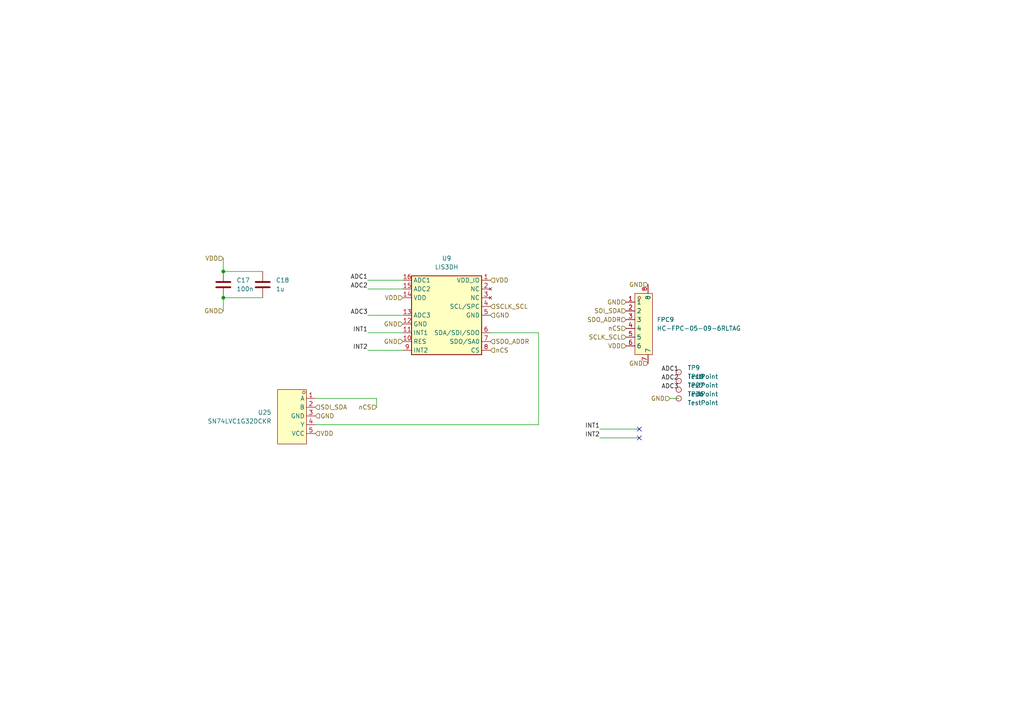
<source format=kicad_sch>
(kicad_sch (version 20231120) (generator "eeschema") (generator_version "8.0")
  (paper "A4")
  (title_block (date "2023-05-18") (company "Imperial College") (comment 1 "Author: Alexis DEVILLARD"))
  (lib_symbols
    (symbol "00_custom:TestPoint" (pin_numbers hide) (pin_names (offset 0.762) hide)
      (property "Reference" "TP" (at 0 6.858 0))
      (property "Value" "TestPoint" (at 0 5.08 0))
      (symbol "TestPoint_0_1"
        (circle (center 0 0) (radius 0.762))
      )
      (symbol "TestPoint_1_1"
        (pin passive line (at 0 0 90) (length 0) (name "1") (number "1"))
      )
    )
    (symbol "00_lcsc:HC-FPC-05-09-6RLTAG"
      (property "Reference" "FPC" (at 0 16.51 0))
      (property "Value" "HC-FPC-05-09-6RLTAG" (at 0 -16.51 0))
      (symbol "HC-FPC-05-09-6RLTAG_0_1"
        (rectangle (start -2.54 8.89) (end 2.54 -8.89) (fill (type background)))
        (circle (center -1.27 7.62) (radius 0.38))
        (pin unspecified line (at -5.08 6.35 0) (length 2.54) (name "1") (number "1"))
        (pin unspecified line (at -5.08 3.81 0) (length 2.54) (name "2") (number "2"))
        (pin unspecified line (at -5.08 1.27 0) (length 2.54) (name "3") (number "3"))
        (pin unspecified line (at -5.08 -1.27 0) (length 2.54) (name "4") (number "4"))
        (pin unspecified line (at -5.08 -3.81 0) (length 2.54) (name "5") (number "5"))
        (pin unspecified line (at -5.08 -6.35 0) (length 2.54) (name "6") (number "6"))
        (pin unspecified line (at 1.27 -11.43 90) (length 2.54) (name "7") (number "7"))
        (pin unspecified line (at 1.27 11.43 270) (length 2.54) (name "8") (number "8"))
      )
    )
    (symbol "00_lcsc:SN74LVC1G32DCKR"
      (property "Reference" "U" (at 0 10.16 0))
      (property "Value" "SN74LVC1G32DCKR" (at 0 -10.16 0))
      (symbol "SN74LVC1G32DCKR_0_1"
        (rectangle (start -2.54 7.62) (end 5.84 -8.13) (fill (type background)))
        (circle (center -1.78 6.86) (radius 0.38))
        (pin unspecified line (at -5.08 5.08 0) (length 2.54) (name "A") (number "1"))
        (pin unspecified line (at -5.08 2.54 0) (length 2.54) (name "B") (number "2"))
        (pin unspecified line (at -5.08 0 0) (length 2.54) (name "GND") (number "3"))
        (pin unspecified line (at -5.08 -2.54 0) (length 2.54) (name "Y") (number "4"))
        (pin unspecified line (at -5.08 -5.08 0) (length 2.54) (name "VCC") (number "5"))
      )
    )
    (symbol "Device:C" (pin_numbers hide) (pin_names (offset 0.254))
      (property "Reference" "C" (at 0.635 2.54 0))
      (property "Value" "C" (at 0.635 -2.54 0))
      (symbol "C_0_1"
        (polyline (pts (xy -2.032 -0.762) (xy 2.032 -0.762)) (stroke (width 0.508)))
        (polyline (pts (xy -2.032 0.762) (xy 2.032 0.762)) (stroke (width 0.508)))
      )
      (symbol "C_1_1"
        (pin passive line (at 0 3.81 270) (length 2.794) (name "~") (number "1"))
        (pin passive line (at 0 -3.81 90) (length 2.794) (name "~") (number "2"))
      )
    )
    (symbol "Sensor_Motion:LIS3DH"
      (property "Reference" "U" (at -7.62 11.43 0))
      (property "Value" "LIS3DH" (at 6.35 11.43 0))
      (symbol "LIS3DH_0_1"
        (rectangle (start -10.16 10.16) (end 10.16 -12.7) (stroke (width 0.254)) (fill (type background)))
      )
      (symbol "LIS3DH_1_1"
        (pin power_in line (at 12.7 8.89 180) (length 2.54) (name "VDD_IO") (number "1"))
        (pin passive line (at -12.7 -8.89 0) (length 2.54) (name "RES") (number "10"))
        (pin output line (at -12.7 -6.35 0) (length 2.54) (name "INT1") (number "11"))
        (pin power_in line (at -12.7 -3.81 0) (length 2.54) (name "GND") (number "12"))
        (pin input line (at -12.7 -1.27 0) (length 2.54) (name "ADC3") (number "13"))
        (pin power_in line (at -12.7 3.81 0) (length 2.54) (name "VDD") (number "14"))
        (pin input line (at -12.7 6.35 0) (length 2.54) (name "ADC2") (number "15"))
        (pin input line (at -12.7 8.89 0) (length 2.54) (name "ADC1") (number "16"))
        (pin no_connect line (at 12.7 6.35 180) (length 2.54) (name "NC") (number "2"))
        (pin no_connect line (at 12.7 3.81 180) (length 2.54) (name "NC") (number "3"))
        (pin input line (at 12.7 1.27 180) (length 2.54) (name "SCL/SPC") (number "4"))
        (pin power_in line (at 12.7 -1.27 180) (length 2.54) (name "GND") (number "5"))
        (pin bidirectional line (at 12.7 -6.35 180) (length 2.54) (name "SDA/SDI/SDO") (number "6"))
        (pin bidirectional line (at 12.7 -8.89 180) (length 2.54) (name "SDO/SA0") (number "7"))
        (pin input line (at 12.7 -11.43 180) (length 2.54) (name "CS") (number "8"))
        (pin output line (at -12.7 -11.43 0) (length 2.54) (name "INT2") (number "9"))
      )
    )
  )
  (junction (at 64.77 86.36))
  (junction (at 64.77 78.74))
  (no_connect (at 185.42 124.46))
  (no_connect (at 185.42 127))
  (wire (pts (xy 142.24 96.52) (xy 156.21 96.52)))
  (wire (pts (xy 106.68 101.6) (xy 116.84 101.6)))
  (wire (pts (xy 173.99 127) (xy 185.42 127)))
  (wire (pts (xy 156.21 96.52) (xy 156.21 123.19)))
  (wire (pts (xy 156.21 123.19) (xy 91.44 123.19)))
  (wire (pts (xy 106.68 96.52) (xy 116.84 96.52)))
  (wire (pts (xy 194.31 115.57) (xy 196.85 115.57)))
  (wire (pts (xy 106.68 83.82) (xy 116.84 83.82)))
  (wire (pts (xy 64.77 86.36) (xy 76.2 86.36)))
  (wire (pts (xy 64.77 74.93) (xy 64.77 78.74)))
  (wire (pts (xy 173.99 124.46) (xy 185.42 124.46)))
  (wire (pts (xy 91.44 115.57) (xy 109.22 115.57)))
  (wire (pts (xy 109.22 118.11) (xy 109.22 115.57)))
  (wire (pts (xy 64.77 86.36) (xy 64.77 90.17)))
  (wire (pts (xy 106.68 91.44) (xy 116.84 91.44)))
  (wire (pts (xy 64.77 78.74) (xy 76.2 78.74)))
  (wire (pts (xy 106.68 81.28) (xy 116.84 81.28)))
  (label "INT2" (at 173.99 127 180))
  (label "ADC3" (at 196.85 113.03 180))
  (label "INT1" (at 173.99 124.46 180))
  (label "ADC2" (at 196.85 110.49 180))
  (label "INT1" (at 106.68 96.52 180))
  (label "INT2" (at 106.68 101.6 180))
  (label "ADC1" (at 106.68 81.28 180))
  (label "ADC2" (at 106.68 83.82 180))
  (label "ADC1" (at 196.85 107.95 180))
  (label "ADC3" (at 106.68 91.44 180))
  (hierarchical_label "VDD" (shape input) (at 116.84 86.36 180))
  (hierarchical_label "VDD" (shape input) (at 64.77 74.93 180))
  (hierarchical_label "GND" (shape input) (at 194.31 115.57 180))
  (hierarchical_label "SDI_SDA" (shape input) (at 91.44 118.11 0))
  (hierarchical_label "VDD" (shape input) (at 91.44 125.73 0))
  (hierarchical_label "SDO_ADDR" (shape input) (at 181.61 92.71 180))
  (hierarchical_label "SCLK_SCL" (shape input) (at 181.61 97.79 180))
  (hierarchical_label "nCS" (shape input) (at 181.61 95.25 180))
  (hierarchical_label "SCLK_SCL" (shape input) (at 142.24 88.9 0))
  (hierarchical_label "VDD" (shape input) (at 142.24 81.28 0))
  (hierarchical_label "SDI_SDA" (shape input) (at 181.61 90.17 180))
  (hierarchical_label "GND" (shape input) (at 187.96 105.41 180))
  (hierarchical_label "nCS" (shape input) (at 142.24 101.6 0))
  (hierarchical_label "nCS" (shape input) (at 109.22 118.11 180))
  (hierarchical_label "GND" (shape input) (at 64.77 90.17 180))
  (hierarchical_label "GND" (shape input) (at 116.84 93.98 180))
  (hierarchical_label "GND" (shape input) (at 116.84 99.06 180))
  (hierarchical_label "GND" (shape input) (at 91.44 120.65 0))
  (hierarchical_label "VDD" (shape input) (at 181.61 100.33 180))
  (hierarchical_label "GND" (shape input) (at 142.24 91.44 0))
  (hierarchical_label "GND" (shape input) (at 187.96 82.55 180))
  (hierarchical_label "GND" (shape input) (at 181.61 87.63 180))
  (hierarchical_label "SDO_ADDR" (shape input) (at 142.24 99.06 0))
  (symbol (lib_id "00_lcsc:SN74LVC1G32DCKR") (at 86.36 120.65 0) (mirror y) (unit 1)
    (property "Reference" "U17" (at 78.74 119.6349 0) (effects (justify left)))
    (property "Value" "SN74LVC1G32DCKR" (at 78.74 122.1749 0) (effects (justify left)))
    (property "Footprint" "00_lcsc:SOT-353_L2.1-W1.3-P0.65-LS2.3-BR" (effects (hide yes)))
    (property "Datasheet" "https://lcsc.com/product-detail/74-Series_TI_SN74LVC1G32DCKR_SN74LVC1G32DCKR_C7840.html" (effects (hide yes)))
    (property "LCSC Part" "C7840" (effects (hide yes)))
    (instances (project "LIS3DH_array" (path "" (reference "U25") (unit 1)) (path "" (reference "U27") (unit 1)) (path "" (reference "U30") (unit 1)) (path "" (reference "U20") (unit 1)) (path "" (reference "U21") (unit 1)) (path "" (reference "U26") (unit 1)) (path "" (reference "U28") (unit 1)) (path "" (reference "U18") (unit 1)) (path "" (reference "U32") (unit 1)) (path "" (reference "U29") (unit 1)) (path "" (reference "U22") (unit 1)) (path "" (reference "U17") (unit 1)) (path "" (reference "U19") (unit 1)) (path "" (reference "U31") (unit 1)) (path "" (reference "U24") (unit 1)) (path "" (reference "U23") (unit 1))))
  )
  (symbol (lib_id "Sensor_Motion:LIS3DH") (at 129.54 90.17 0) (unit 1)
    (property "Reference" "U9" (at 129.54 74.93 0))
    (property "Value" "LIS3DH" (at 129.54 77.47 0))
    (property "Footprint" "00_custom-footprints:LGA-16_3x3mm_P0.5mm_LayoutBorder3x5y" (effects (hide yes)))
    (property "Datasheet" "https://www.st.com/resource/en/datasheet/cd00274221.pdf" (effects (hide yes)))
    (instances (project "LIS3DH_array" (path "" (reference "U9") (unit 1)) (path "" (reference "U11") (unit 1)) (path "" (reference "U14") (unit 1)) (path "" (reference "U4") (unit 1)) (path "" (reference "U5") (unit 1)) (path "" (reference "U10") (unit 1)) (path "" (reference "U12") (unit 1)) (path "" (reference "U2") (unit 1)) (path "" (reference "U16") (unit 1)) (path "" (reference "U13") (unit 1)) (path "" (reference "U6") (unit 1)) (path "" (reference "U1") (unit 1)) (path "" (reference "U3") (unit 1)) (path "" (reference "U15") (unit 1)) (path "" (reference "U8") (unit 1)) (path "" (reference "U7") (unit 1))))
  )
  (symbol (lib_id "00_custom:TestPoint") (at 196.85 113.03 0) (unit 1) (in_bom no)
    (property "Reference" "TP27" (at 199.39 111.76 0) (effects (justify left)))
    (property "Value" "TestPoint" (at 199.39 114.3 0) (effects (justify left)))
    (property "Footprint" "TestPoint:TestPoint_Pad_D1.0mm" (effects (hide yes)))
    (instances (project "LIS3DH_array" (path "" (reference "TP27") (unit 1)) (path "" (reference "TP43") (unit 1)) (path "" (reference "TP55") (unit 1)) (path "" (reference "TP22") (unit 1)) (path "" (reference "TP23") (unit 1)) (path "" (reference "TP39") (unit 1)) (path "" (reference "TP47") (unit 1)) (path "" (reference "TP20") (unit 1)) (path "" (reference "TP63") (unit 1)) (path "" (reference "TP51") (unit 1)) (path "" (reference "TP24") (unit 1)) (path "" (reference "TP19") (unit 1)) (path "" (reference "TP21") (unit 1)) (path "" (reference "TP59") (unit 1)) (path "" (reference "TP26") (unit 1)) (path "" (reference "TP25") (unit 1))))
  )
  (symbol (lib_id "00_lcsc:HC-FPC-05-09-6RLTAG") (at 186.69 93.98 0) (unit 1)
    (property "Reference" "FPC9" (at 190.5 92.7099 0) (effects (justify left)))
    (property "Value" "HC-FPC-05-09-6RLTAG" (at 190.5 95.2499 0) (effects (justify left)))
    (property "Footprint" "00_lcsc:FPC-SMD_6P-P0.50_HC-FPC-05-09-6RLTAG" (effects (hide yes)))
    (property "LCSC Part" "C5213748" (effects (hide yes)))
    (instances (project "LIS3DH_array" (path "" (reference "FPC9") (unit 1)) (path "" (reference "FPC11") (unit 1)) (path "" (reference "FPC14") (unit 1)) (path "" (reference "FPC4") (unit 1)) (path "" (reference "FPC5") (unit 1)) (path "" (reference "FPC10") (unit 1)) (path "" (reference "FPC12") (unit 1)) (path "" (reference "FPC2") (unit 1)) (path "" (reference "FPC16") (unit 1)) (path "" (reference "FPC13") (unit 1)) (path "" (reference "FPC6") (unit 1)) (path "" (reference "FPC1") (unit 1)) (path "" (reference "FPC3") (unit 1)) (path "" (reference "FPC15") (unit 1)) (path "" (reference "FPC8") (unit 1)) (path "" (reference "FPC7") (unit 1))))
  )
  (symbol (lib_id "00_custom:TestPoint") (at 196.85 115.57 0) (unit 1) (in_bom no)
    (property "Reference" "TP36" (at 199.39 114.3 0) (effects (justify left)))
    (property "Value" "TestPoint" (at 199.39 116.84 0) (effects (justify left)))
    (property "Footprint" "TestPoint:TestPoint_Pad_D1.0mm" (effects (hide yes)))
    (instances (project "LIS3DH_array" (path "" (reference "TP36") (unit 1)) (path "" (reference "TP44") (unit 1)) (path "" (reference "TP56") (unit 1)) (path "" (reference "TP31") (unit 1)) (path "" (reference "TP32") (unit 1)) (path "" (reference "TP40") (unit 1)) (path "" (reference "TP48") (unit 1)) (path "" (reference "TP29") (unit 1)) (path "" (reference "TP64") (unit 1)) (path "" (reference "TP52") (unit 1)) (path "" (reference "TP33") (unit 1)) (path "" (reference "TP28") (unit 1)) (path "" (reference "TP30") (unit 1)) (path "" (reference "TP60") (unit 1)) (path "" (reference "TP35") (unit 1)) (path "" (reference "TP34") (unit 1))))
  )
  (symbol (lib_id "Device:C") (at 76.2 82.55 0) (unit 1)
    (property "Reference" "C22" (at 80.01 81.2799 0) (effects (justify left)))
    (property "Value" "1u" (at 80.01 83.8199 0) (effects (justify left)))
    (property "Footprint" "Capacitor_SMD:C_0402_1005Metric_Pad0.74x0.62mm_HandSolder" (effects (hide yes)))
    (instances (project "LIS3DH_array" (path "" (reference "C18") (unit 1)) (path "" (reference "C22") (unit 1)) (path "" (reference "C28") (unit 1)) (path "" (reference "C8") (unit 1)) (path "" (reference "C10") (unit 1)) (path "" (reference "C20") (unit 1)) (path "" (reference "C24") (unit 1)) (path "" (reference "C4") (unit 1)) (path "" (reference "C32") (unit 1)) (path "" (reference "C26") (unit 1)) (path "" (reference "C12") (unit 1)) (path "" (reference "C2") (unit 1)) (path "" (reference "C6") (unit 1)) (path "" (reference "C30") (unit 1)) (path "" (reference "C16") (unit 1)) (path "" (reference "C14") (unit 1))) (project "inskinacc" (path "" (reference "C2") (unit 1))))
  )
  (symbol (lib_id "Device:C") (at 64.77 82.55 0) (unit 1)
    (property "Reference" "C21" (at 68.58 81.2799 0) (effects (justify left)))
    (property "Value" "100n" (at 68.58 83.8199 0) (effects (justify left)))
    (property "Footprint" "Capacitor_SMD:C_0402_1005Metric_Pad0.74x0.62mm_HandSolder" (effects (hide yes)))
    (instances (project "LIS3DH_array" (path "" (reference "C17") (unit 1)) (path "" (reference "C21") (unit 1)) (path "" (reference "C27") (unit 1)) (path "" (reference "C7") (unit 1)) (path "" (reference "C9") (unit 1)) (path "" (reference "C19") (unit 1)) (path "" (reference "C23") (unit 1)) (path "" (reference "C3") (unit 1)) (path "" (reference "C31") (unit 1)) (path "" (reference "C25") (unit 1)) (path "" (reference "C11") (unit 1)) (path "" (reference "C1") (unit 1)) (path "" (reference "C5") (unit 1)) (path "" (reference "C29") (unit 1)) (path "" (reference "C15") (unit 1)) (path "" (reference "C13") (unit 1))) (project "inskinacc" (path "" (reference "C1") (unit 1))))
  )
  (symbol (lib_id "00_custom:TestPoint") (at 196.85 110.49 0) (unit 1) (in_bom no)
    (property "Reference" "TP18" (at 199.39 109.22 0) (effects (justify left)))
    (property "Value" "TestPoint" (at 199.39 111.76 0) (effects (justify left)))
    (property "Footprint" "TestPoint:TestPoint_Pad_D1.0mm" (effects (hide yes)))
    (instances (project "LIS3DH_array" (path "" (reference "TP18") (unit 1)) (path "" (reference "TP42") (unit 1)) (path "" (reference "TP54") (unit 1)) (path "" (reference "TP13") (unit 1)) (path "" (reference "TP14") (unit 1)) (path "" (reference "TP38") (unit 1)) (path "" (reference "TP46") (unit 1)) (path "" (reference "TP11") (unit 1)) (path "" (reference "TP62") (unit 1)) (path "" (reference "TP50") (unit 1)) (path "" (reference "TP15") (unit 1)) (path "" (reference "TP10") (unit 1)) (path "" (reference "TP12") (unit 1)) (path "" (reference "TP58") (unit 1)) (path "" (reference "TP17") (unit 1)) (path "" (reference "TP16") (unit 1))))
  )
  (symbol (lib_id "00_custom:TestPoint") (at 196.85 107.95 0) (unit 1) (in_bom no)
    (property "Reference" "TP9" (at 199.39 106.68 0) (effects (justify left)))
    (property "Value" "TestPoint" (at 199.39 109.22 0) (effects (justify left)))
    (property "Footprint" "TestPoint:TestPoint_Pad_D1.0mm" (effects (hide yes)))
    (instances (project "LIS3DH_array" (path "" (reference "TP9") (unit 1)) (path "" (reference "TP41") (unit 1)) (path "" (reference "TP53") (unit 1)) (path "" (reference "TP4") (unit 1)) (path "" (reference "TP5") (unit 1)) (path "" (reference "TP37") (unit 1)) (path "" (reference "TP45") (unit 1)) (path "" (reference "TP2") (unit 1)) (path "" (reference "TP61") (unit 1)) (path "" (reference "TP49") (unit 1)) (path "" (reference "TP6") (unit 1)) (path "" (reference "TP1") (unit 1)) (path "" (reference "TP3") (unit 1)) (path "" (reference "TP57") (unit 1)) (path "" (reference "TP8") (unit 1)) (path "" (reference "TP7") (unit 1))))
  )
)
</source>
